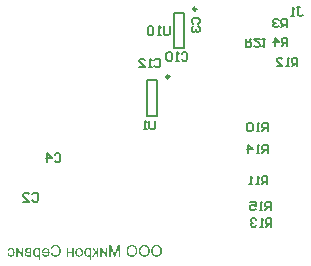
<source format=gbo>
G04 Layer_Color=32896*
%FSLAX25Y25*%
%MOIN*%
G70*
G01*
G75*
%ADD33C,0.00787*%
%ADD35C,0.00984*%
%ADD58C,0.00591*%
%ADD59C,0.00606*%
G36*
X9813Y2756D02*
X8583D01*
X8497Y2760D01*
X8415Y2764D01*
X8337Y2772D01*
X8267Y2785D01*
X8201Y2797D01*
X8140Y2813D01*
X8087Y2830D01*
X8037Y2850D01*
X7996Y2867D01*
X7955Y2883D01*
X7927Y2899D01*
X7898Y2912D01*
X7878Y2924D01*
X7865Y2932D01*
X7857Y2940D01*
X7853D01*
X7808Y2977D01*
X7767Y3018D01*
X7734Y3063D01*
X7701Y3108D01*
X7672Y3158D01*
X7652Y3207D01*
X7615Y3301D01*
X7591Y3387D01*
X7582Y3424D01*
X7578Y3453D01*
X7574Y3482D01*
X7570Y3502D01*
Y3514D01*
Y3519D01*
X7574Y3609D01*
X7591Y3687D01*
X7611Y3760D01*
X7636Y3822D01*
X7660Y3871D01*
X7681Y3908D01*
X7697Y3933D01*
X7701Y3941D01*
X7750Y4002D01*
X7804Y4051D01*
X7857Y4097D01*
X7910Y4129D01*
X7951Y4154D01*
X7988Y4170D01*
X8013Y4179D01*
X8017Y4183D01*
X8021D01*
X7964Y4220D01*
X7914Y4261D01*
X7869Y4302D01*
X7836Y4343D01*
X7808Y4375D01*
X7791Y4400D01*
X7779Y4416D01*
X7775Y4425D01*
X7746Y4482D01*
X7726Y4539D01*
X7713Y4597D01*
X7701Y4654D01*
X7697Y4699D01*
X7693Y4736D01*
Y4761D01*
Y4765D01*
Y4769D01*
X7697Y4859D01*
X7713Y4937D01*
X7738Y5011D01*
X7763Y5072D01*
X7787Y5122D01*
X7812Y5159D01*
X7828Y5179D01*
X7832Y5187D01*
X7886Y5249D01*
X7943Y5298D01*
X8000Y5343D01*
X8050Y5376D01*
X8095Y5400D01*
X8132Y5417D01*
X8156Y5425D01*
X8160Y5429D01*
X8164D01*
X8201Y5441D01*
X8242Y5454D01*
X8337Y5470D01*
X8431Y5482D01*
X8525Y5491D01*
X8611Y5495D01*
X8648Y5499D01*
X9813D01*
Y2756D01*
D02*
G37*
G36*
X51682Y6602D02*
X51821Y6581D01*
X51952Y6557D01*
X52075Y6524D01*
X52194Y6483D01*
X52301Y6438D01*
X52399Y6389D01*
X52490Y6339D01*
X52572Y6290D01*
X52641Y6241D01*
X52699Y6196D01*
X52752Y6155D01*
X52789Y6122D01*
X52818Y6097D01*
X52838Y6077D01*
X52842Y6073D01*
X52932Y5970D01*
X53010Y5855D01*
X53076Y5741D01*
X53133Y5618D01*
X53183Y5495D01*
X53224Y5372D01*
X53256Y5253D01*
X53285Y5134D01*
X53306Y5023D01*
X53318Y4925D01*
X53330Y4831D01*
X53338Y4753D01*
X53342Y4687D01*
Y4662D01*
X53347Y4638D01*
Y4621D01*
Y4609D01*
Y4601D01*
Y4597D01*
X53342Y4507D01*
X53338Y4412D01*
X53314Y4240D01*
X53297Y4158D01*
X53281Y4080D01*
X53260Y4006D01*
X53240Y3941D01*
X53219Y3875D01*
X53199Y3822D01*
X53183Y3773D01*
X53166Y3732D01*
X53154Y3699D01*
X53141Y3674D01*
X53137Y3658D01*
X53133Y3654D01*
X53088Y3572D01*
X53043Y3494D01*
X52994Y3424D01*
X52941Y3354D01*
X52887Y3293D01*
X52834Y3236D01*
X52785Y3182D01*
X52732Y3133D01*
X52682Y3092D01*
X52637Y3055D01*
X52596Y3022D01*
X52563Y2998D01*
X52535Y2977D01*
X52510Y2961D01*
X52498Y2953D01*
X52494Y2949D01*
X52412Y2904D01*
X52330Y2867D01*
X52248Y2830D01*
X52166Y2801D01*
X52084Y2776D01*
X52006Y2756D01*
X51928Y2740D01*
X51858Y2727D01*
X51789Y2715D01*
X51731Y2707D01*
X51674Y2703D01*
X51629Y2699D01*
X51592Y2694D01*
X51538D01*
X51448Y2699D01*
X51358Y2703D01*
X51186Y2731D01*
X51108Y2748D01*
X51030Y2768D01*
X50960Y2789D01*
X50895Y2809D01*
X50833Y2830D01*
X50780Y2850D01*
X50735Y2871D01*
X50694Y2887D01*
X50661Y2904D01*
X50640Y2916D01*
X50624Y2920D01*
X50620Y2924D01*
X50542Y2969D01*
X50468Y3022D01*
X50399Y3076D01*
X50337Y3129D01*
X50280Y3186D01*
X50222Y3244D01*
X50173Y3301D01*
X50128Y3354D01*
X50091Y3408D01*
X50054Y3457D01*
X50025Y3502D01*
X50001Y3539D01*
X49984Y3568D01*
X49972Y3592D01*
X49964Y3609D01*
X49960Y3613D01*
X49919Y3699D01*
X49882Y3789D01*
X49853Y3875D01*
X49825Y3965D01*
X49800Y4051D01*
X49784Y4138D01*
X49767Y4220D01*
X49755Y4298D01*
X49747Y4371D01*
X49738Y4437D01*
X49734Y4494D01*
X49730Y4544D01*
X49726Y4584D01*
Y4617D01*
Y4634D01*
Y4642D01*
X49730Y4749D01*
X49734Y4847D01*
X49747Y4945D01*
X49759Y5040D01*
X49775Y5126D01*
X49796Y5212D01*
X49816Y5290D01*
X49837Y5359D01*
X49857Y5425D01*
X49878Y5482D01*
X49894Y5536D01*
X49915Y5577D01*
X49927Y5610D01*
X49939Y5634D01*
X49944Y5650D01*
X49948Y5655D01*
X49993Y5737D01*
X50038Y5815D01*
X50091Y5888D01*
X50140Y5954D01*
X50194Y6015D01*
X50247Y6073D01*
X50300Y6126D01*
X50353Y6175D01*
X50403Y6216D01*
X50448Y6253D01*
X50485Y6286D01*
X50522Y6311D01*
X50550Y6331D01*
X50571Y6343D01*
X50587Y6352D01*
X50591Y6356D01*
X50673Y6401D01*
X50751Y6438D01*
X50833Y6470D01*
X50915Y6499D01*
X50997Y6524D01*
X51075Y6544D01*
X51149Y6561D01*
X51223Y6573D01*
X51288Y6585D01*
X51346Y6594D01*
X51399Y6598D01*
X51448Y6602D01*
X51485Y6606D01*
X51534D01*
X51682Y6602D01*
D02*
G37*
G36*
X3076Y5552D02*
X3199Y5536D01*
X3310Y5507D01*
X3359Y5491D01*
X3409Y5478D01*
X3449Y5462D01*
X3486Y5446D01*
X3519Y5433D01*
X3548Y5417D01*
X3573Y5409D01*
X3589Y5400D01*
X3597Y5392D01*
X3601D01*
X3708Y5322D01*
X3798Y5245D01*
X3876Y5159D01*
X3937Y5081D01*
X3987Y5007D01*
X4003Y4974D01*
X4019Y4945D01*
X4032Y4925D01*
X4040Y4908D01*
X4048Y4896D01*
Y4892D01*
X4097Y4765D01*
X4130Y4630D01*
X4155Y4498D01*
X4175Y4380D01*
X4179Y4322D01*
X4183Y4273D01*
X4188Y4228D01*
Y4187D01*
X4192Y4158D01*
Y4134D01*
Y4117D01*
Y4113D01*
X4188Y3990D01*
X4175Y3871D01*
X4159Y3760D01*
X4138Y3658D01*
X4114Y3564D01*
X4085Y3478D01*
X4052Y3400D01*
X4019Y3330D01*
X3991Y3268D01*
X3958Y3211D01*
X3929Y3166D01*
X3905Y3129D01*
X3884Y3096D01*
X3868Y3076D01*
X3855Y3063D01*
X3851Y3059D01*
X3786Y2994D01*
X3716Y2940D01*
X3642Y2891D01*
X3568Y2850D01*
X3491Y2813D01*
X3417Y2785D01*
X3343Y2760D01*
X3273Y2740D01*
X3208Y2723D01*
X3146Y2715D01*
X3089Y2707D01*
X3044Y2699D01*
X3003D01*
X2974Y2694D01*
X2949D01*
X2867Y2699D01*
X2789Y2707D01*
X2716Y2719D01*
X2642Y2735D01*
X2576Y2756D01*
X2515Y2781D01*
X2457Y2801D01*
X2404Y2830D01*
X2359Y2854D01*
X2314Y2875D01*
X2281Y2899D01*
X2248Y2920D01*
X2228Y2936D01*
X2207Y2949D01*
X2199Y2957D01*
X2195Y2961D01*
X2142Y3014D01*
X2088Y3067D01*
X2043Y3129D01*
X2006Y3190D01*
X1969Y3252D01*
X1937Y3314D01*
X1887Y3428D01*
X1867Y3486D01*
X1850Y3535D01*
X1838Y3580D01*
X1826Y3621D01*
X1818Y3654D01*
X1814Y3678D01*
X1809Y3695D01*
Y3699D01*
X2265Y3760D01*
X2277Y3695D01*
X2289Y3637D01*
X2306Y3580D01*
X2322Y3531D01*
X2342Y3482D01*
X2359Y3441D01*
X2379Y3404D01*
X2400Y3367D01*
X2420Y3338D01*
X2437Y3314D01*
X2470Y3272D01*
X2490Y3248D01*
X2494Y3244D01*
X2498Y3240D01*
X2572Y3186D01*
X2646Y3145D01*
X2724Y3117D01*
X2794Y3096D01*
X2859Y3084D01*
X2884Y3080D01*
X2908D01*
X2929Y3076D01*
X2953D01*
X3015Y3080D01*
X3076Y3088D01*
X3130Y3100D01*
X3183Y3117D01*
X3277Y3154D01*
X3359Y3203D01*
X3392Y3223D01*
X3421Y3248D01*
X3445Y3268D01*
X3470Y3289D01*
X3486Y3301D01*
X3499Y3314D01*
X3503Y3322D01*
X3507Y3326D01*
X3544Y3375D01*
X3577Y3432D01*
X3605Y3494D01*
X3626Y3555D01*
X3667Y3691D01*
X3691Y3822D01*
X3700Y3883D01*
X3704Y3941D01*
X3708Y3994D01*
X3712Y4039D01*
X3716Y4076D01*
Y4105D01*
Y4125D01*
Y4129D01*
X3712Y4228D01*
X3708Y4322D01*
X3695Y4404D01*
X3683Y4482D01*
X3667Y4556D01*
X3646Y4621D01*
X3626Y4679D01*
X3605Y4732D01*
X3589Y4777D01*
X3568Y4818D01*
X3548Y4851D01*
X3531Y4876D01*
X3519Y4900D01*
X3507Y4913D01*
X3503Y4921D01*
X3499Y4925D01*
X3458Y4970D01*
X3413Y5007D01*
X3363Y5044D01*
X3318Y5072D01*
X3269Y5097D01*
X3224Y5117D01*
X3134Y5146D01*
X3052Y5167D01*
X3019Y5171D01*
X2986Y5175D01*
X2962Y5179D01*
X2929D01*
X2847Y5175D01*
X2769Y5159D01*
X2703Y5134D01*
X2646Y5109D01*
X2601Y5081D01*
X2564Y5060D01*
X2543Y5044D01*
X2535Y5035D01*
X2478Y4978D01*
X2429Y4913D01*
X2392Y4843D01*
X2359Y4777D01*
X2334Y4716D01*
X2318Y4667D01*
X2314Y4646D01*
X2310Y4634D01*
X2306Y4625D01*
Y4621D01*
X1855Y4691D01*
X1871Y4765D01*
X1896Y4839D01*
X1920Y4904D01*
X1945Y4966D01*
X1973Y5023D01*
X2006Y5077D01*
X2035Y5122D01*
X2068Y5167D01*
X2097Y5204D01*
X2125Y5236D01*
X2150Y5265D01*
X2174Y5290D01*
X2191Y5306D01*
X2207Y5318D01*
X2215Y5327D01*
X2220Y5331D01*
X2273Y5372D01*
X2330Y5409D01*
X2392Y5437D01*
X2453Y5462D01*
X2576Y5503D01*
X2691Y5532D01*
X2744Y5540D01*
X2794Y5548D01*
X2839Y5552D01*
X2875Y5556D01*
X2904Y5560D01*
X2949D01*
X3076Y5552D01*
D02*
G37*
G36*
X17910Y6602D02*
X18000Y6598D01*
X18169Y6569D01*
X18250Y6553D01*
X18324Y6532D01*
X18398Y6511D01*
X18464Y6491D01*
X18521Y6470D01*
X18574Y6450D01*
X18624Y6430D01*
X18661Y6413D01*
X18693Y6397D01*
X18714Y6384D01*
X18730Y6380D01*
X18734Y6376D01*
X18808Y6331D01*
X18882Y6282D01*
X18947Y6229D01*
X19009Y6175D01*
X19066Y6118D01*
X19120Y6065D01*
X19165Y6007D01*
X19210Y5958D01*
X19247Y5905D01*
X19280Y5860D01*
X19308Y5819D01*
X19333Y5782D01*
X19349Y5749D01*
X19362Y5728D01*
X19370Y5712D01*
X19374Y5708D01*
X19415Y5626D01*
X19448Y5536D01*
X19476Y5450D01*
X19505Y5364D01*
X19546Y5187D01*
X19558Y5105D01*
X19571Y5027D01*
X19579Y4953D01*
X19587Y4888D01*
X19591Y4826D01*
X19595Y4773D01*
X19599Y4732D01*
Y4699D01*
Y4683D01*
Y4675D01*
X19595Y4576D01*
X19591Y4478D01*
X19567Y4289D01*
X19554Y4199D01*
X19538Y4117D01*
X19517Y4039D01*
X19501Y3965D01*
X19480Y3900D01*
X19464Y3838D01*
X19448Y3789D01*
X19431Y3744D01*
X19419Y3711D01*
X19411Y3683D01*
X19407Y3666D01*
X19403Y3662D01*
X19362Y3576D01*
X19321Y3494D01*
X19275Y3420D01*
X19226Y3350D01*
X19177Y3285D01*
X19132Y3227D01*
X19083Y3174D01*
X19038Y3125D01*
X18993Y3080D01*
X18952Y3043D01*
X18915Y3014D01*
X18882Y2985D01*
X18857Y2965D01*
X18837Y2953D01*
X18824Y2944D01*
X18820Y2940D01*
X18747Y2895D01*
X18669Y2858D01*
X18587Y2826D01*
X18501Y2797D01*
X18419Y2776D01*
X18337Y2756D01*
X18255Y2740D01*
X18177Y2727D01*
X18103Y2715D01*
X18037Y2707D01*
X17976Y2703D01*
X17927Y2699D01*
X17882Y2694D01*
X17824D01*
X17713Y2699D01*
X17611Y2707D01*
X17513Y2723D01*
X17418Y2744D01*
X17328Y2768D01*
X17246Y2797D01*
X17172Y2826D01*
X17102Y2854D01*
X17037Y2883D01*
X16984Y2912D01*
X16934Y2940D01*
X16897Y2965D01*
X16865Y2985D01*
X16844Y3002D01*
X16828Y3010D01*
X16824Y3014D01*
X16750Y3080D01*
X16680Y3150D01*
X16619Y3223D01*
X16561Y3297D01*
X16508Y3375D01*
X16463Y3457D01*
X16422Y3531D01*
X16385Y3609D01*
X16352Y3678D01*
X16328Y3744D01*
X16303Y3805D01*
X16287Y3855D01*
X16270Y3900D01*
X16262Y3929D01*
X16254Y3949D01*
Y3957D01*
X16754Y4084D01*
X16774Y3998D01*
X16803Y3916D01*
X16832Y3838D01*
X16861Y3769D01*
X16893Y3703D01*
X16926Y3646D01*
X16959Y3592D01*
X16992Y3543D01*
X17025Y3502D01*
X17053Y3465D01*
X17082Y3432D01*
X17102Y3408D01*
X17123Y3387D01*
X17139Y3375D01*
X17148Y3367D01*
X17152Y3363D01*
X17209Y3322D01*
X17266Y3285D01*
X17324Y3252D01*
X17385Y3223D01*
X17447Y3199D01*
X17504Y3178D01*
X17619Y3150D01*
X17668Y3141D01*
X17718Y3133D01*
X17759Y3129D01*
X17795Y3125D01*
X17824Y3121D01*
X17865D01*
X17931Y3125D01*
X17992Y3129D01*
X18111Y3150D01*
X18222Y3178D01*
X18316Y3211D01*
X18357Y3227D01*
X18394Y3240D01*
X18427Y3256D01*
X18455Y3268D01*
X18480Y3281D01*
X18496Y3289D01*
X18505Y3297D01*
X18509D01*
X18562Y3334D01*
X18611Y3371D01*
X18701Y3457D01*
X18775Y3543D01*
X18837Y3633D01*
X18882Y3711D01*
X18902Y3744D01*
X18919Y3777D01*
X18927Y3801D01*
X18935Y3818D01*
X18943Y3830D01*
Y3834D01*
X18989Y3974D01*
X19025Y4117D01*
X19050Y4261D01*
X19058Y4326D01*
X19066Y4392D01*
X19071Y4453D01*
X19075Y4507D01*
X19079Y4556D01*
Y4597D01*
X19083Y4634D01*
Y4658D01*
Y4675D01*
Y4679D01*
X19079Y4818D01*
X19066Y4949D01*
X19046Y5072D01*
X19038Y5130D01*
X19025Y5183D01*
X19013Y5228D01*
X19005Y5273D01*
X18993Y5310D01*
X18984Y5343D01*
X18980Y5368D01*
X18972Y5388D01*
X18968Y5400D01*
Y5404D01*
X18915Y5532D01*
X18853Y5642D01*
X18788Y5737D01*
X18751Y5778D01*
X18718Y5819D01*
X18685Y5851D01*
X18656Y5880D01*
X18628Y5909D01*
X18607Y5929D01*
X18587Y5946D01*
X18570Y5958D01*
X18562Y5962D01*
X18558Y5966D01*
X18501Y6003D01*
X18443Y6036D01*
X18382Y6065D01*
X18320Y6089D01*
X18197Y6126D01*
X18078Y6155D01*
X18029Y6163D01*
X17980Y6167D01*
X17935Y6171D01*
X17898Y6175D01*
X17865Y6179D01*
X17754D01*
X17689Y6171D01*
X17566Y6151D01*
X17459Y6118D01*
X17414Y6101D01*
X17369Y6085D01*
X17328Y6069D01*
X17295Y6052D01*
X17266Y6036D01*
X17242Y6019D01*
X17221Y6007D01*
X17209Y5999D01*
X17201Y5995D01*
X17197Y5991D01*
X17152Y5954D01*
X17107Y5913D01*
X17033Y5819D01*
X16963Y5716D01*
X16910Y5618D01*
X16869Y5528D01*
X16848Y5491D01*
X16836Y5458D01*
X16824Y5429D01*
X16820Y5404D01*
X16811Y5392D01*
Y5388D01*
X16319Y5503D01*
X16352Y5597D01*
X16389Y5687D01*
X16426Y5773D01*
X16471Y5851D01*
X16512Y5925D01*
X16557Y5991D01*
X16602Y6052D01*
X16647Y6106D01*
X16692Y6155D01*
X16729Y6196D01*
X16766Y6233D01*
X16799Y6261D01*
X16824Y6286D01*
X16844Y6302D01*
X16857Y6311D01*
X16861Y6315D01*
X16934Y6368D01*
X17012Y6409D01*
X17090Y6450D01*
X17172Y6483D01*
X17254Y6511D01*
X17332Y6536D01*
X17410Y6553D01*
X17484Y6569D01*
X17553Y6581D01*
X17615Y6589D01*
X17672Y6598D01*
X17722Y6602D01*
X17763Y6606D01*
X17816D01*
X17910Y6602D01*
D02*
G37*
G36*
X14675Y5556D02*
X14778Y5544D01*
X14868Y5523D01*
X14958Y5499D01*
X15040Y5470D01*
X15118Y5437D01*
X15188Y5404D01*
X15249Y5368D01*
X15307Y5331D01*
X15356Y5298D01*
X15401Y5265D01*
X15434Y5236D01*
X15462Y5212D01*
X15483Y5191D01*
X15495Y5179D01*
X15499Y5175D01*
X15561Y5101D01*
X15614Y5019D01*
X15663Y4933D01*
X15704Y4847D01*
X15737Y4757D01*
X15766Y4667D01*
X15790Y4580D01*
X15807Y4494D01*
X15823Y4416D01*
X15832Y4338D01*
X15840Y4273D01*
X15848Y4216D01*
Y4166D01*
X15852Y4129D01*
Y4109D01*
Y4101D01*
X15848Y3978D01*
X15836Y3863D01*
X15819Y3756D01*
X15799Y3658D01*
X15770Y3564D01*
X15741Y3478D01*
X15709Y3400D01*
X15676Y3330D01*
X15647Y3268D01*
X15614Y3215D01*
X15586Y3170D01*
X15557Y3133D01*
X15536Y3100D01*
X15520Y3080D01*
X15508Y3067D01*
X15504Y3063D01*
X15434Y2998D01*
X15360Y2940D01*
X15286Y2891D01*
X15204Y2850D01*
X15126Y2813D01*
X15044Y2785D01*
X14966Y2760D01*
X14893Y2740D01*
X14823Y2727D01*
X14757Y2715D01*
X14700Y2707D01*
X14647Y2699D01*
X14606D01*
X14573Y2694D01*
X14548D01*
X14462Y2699D01*
X14376Y2703D01*
X14298Y2715D01*
X14224Y2731D01*
X14155Y2748D01*
X14093Y2768D01*
X14032Y2789D01*
X13978Y2809D01*
X13929Y2830D01*
X13888Y2850D01*
X13851Y2871D01*
X13818Y2887D01*
X13798Y2904D01*
X13777Y2916D01*
X13769Y2920D01*
X13765Y2924D01*
X13708Y2969D01*
X13658Y3018D01*
X13613Y3072D01*
X13568Y3125D01*
X13495Y3236D01*
X13437Y3338D01*
X13417Y3387D01*
X13396Y3432D01*
X13380Y3473D01*
X13367Y3510D01*
X13355Y3539D01*
X13347Y3559D01*
X13343Y3576D01*
Y3580D01*
X13827Y3641D01*
X13868Y3539D01*
X13917Y3449D01*
X13966Y3371D01*
X14011Y3314D01*
X14052Y3264D01*
X14085Y3232D01*
X14105Y3215D01*
X14109Y3207D01*
X14114D01*
X14183Y3162D01*
X14257Y3133D01*
X14331Y3108D01*
X14397Y3092D01*
X14458Y3084D01*
X14507Y3080D01*
X14524Y3076D01*
X14548D01*
X14610Y3080D01*
X14671Y3088D01*
X14729Y3096D01*
X14782Y3113D01*
X14880Y3150D01*
X14962Y3195D01*
X14999Y3215D01*
X15032Y3240D01*
X15057Y3260D01*
X15081Y3277D01*
X15098Y3293D01*
X15110Y3305D01*
X15118Y3309D01*
X15122Y3314D01*
X15163Y3363D01*
X15200Y3412D01*
X15229Y3469D01*
X15258Y3523D01*
X15303Y3641D01*
X15335Y3752D01*
X15348Y3805D01*
X15356Y3855D01*
X15364Y3896D01*
X15368Y3937D01*
X15372Y3965D01*
X15376Y3990D01*
Y4006D01*
Y4011D01*
X13330D01*
X13326Y4064D01*
Y4105D01*
Y4125D01*
Y4134D01*
X13330Y4256D01*
X13343Y4371D01*
X13359Y4482D01*
X13380Y4584D01*
X13408Y4679D01*
X13437Y4765D01*
X13470Y4843D01*
X13499Y4913D01*
X13531Y4974D01*
X13564Y5031D01*
X13593Y5077D01*
X13622Y5113D01*
X13642Y5146D01*
X13658Y5167D01*
X13671Y5179D01*
X13675Y5183D01*
X13740Y5249D01*
X13814Y5306D01*
X13888Y5359D01*
X13962Y5400D01*
X14036Y5437D01*
X14114Y5470D01*
X14183Y5495D01*
X14253Y5515D01*
X14319Y5528D01*
X14380Y5540D01*
X14433Y5548D01*
X14483Y5556D01*
X14520D01*
X14548Y5560D01*
X14573D01*
X14675Y5556D01*
D02*
G37*
G36*
X28660D02*
X28751Y5544D01*
X28828Y5528D01*
X28894Y5507D01*
X28947Y5486D01*
X28988Y5470D01*
X29013Y5458D01*
X29017Y5454D01*
X29021D01*
X29091Y5409D01*
X29152Y5359D01*
X29210Y5306D01*
X29259Y5257D01*
X29300Y5212D01*
X29333Y5171D01*
X29349Y5146D01*
X29357Y5142D01*
Y5499D01*
X29780D01*
Y1706D01*
X29316D01*
Y3039D01*
X29271Y2985D01*
X29222Y2936D01*
X29173Y2891D01*
X29124Y2858D01*
X29083Y2830D01*
X29046Y2805D01*
X29025Y2793D01*
X29017Y2789D01*
X28947Y2756D01*
X28874Y2735D01*
X28804Y2719D01*
X28738Y2707D01*
X28681Y2699D01*
X28640Y2694D01*
X28599D01*
X28537Y2699D01*
X28480Y2703D01*
X28369Y2723D01*
X28267Y2752D01*
X28177Y2785D01*
X28136Y2801D01*
X28099Y2813D01*
X28070Y2830D01*
X28041Y2842D01*
X28021Y2854D01*
X28004Y2863D01*
X27996Y2871D01*
X27992D01*
X27890Y2944D01*
X27804Y3026D01*
X27726Y3113D01*
X27664Y3199D01*
X27615Y3272D01*
X27599Y3305D01*
X27582Y3334D01*
X27570Y3354D01*
X27562Y3371D01*
X27553Y3383D01*
Y3387D01*
X27504Y3519D01*
X27467Y3650D01*
X27439Y3777D01*
X27422Y3892D01*
X27414Y3945D01*
X27410Y3994D01*
X27406Y4039D01*
Y4076D01*
X27402Y4105D01*
Y4125D01*
Y4142D01*
Y4146D01*
X27406Y4289D01*
X27422Y4425D01*
X27447Y4548D01*
X27459Y4601D01*
X27471Y4654D01*
X27484Y4699D01*
X27496Y4744D01*
X27508Y4781D01*
X27521Y4810D01*
X27529Y4835D01*
X27537Y4851D01*
X27541Y4863D01*
Y4867D01*
X27599Y4982D01*
X27660Y5085D01*
X27730Y5171D01*
X27795Y5245D01*
X27853Y5302D01*
X27902Y5343D01*
X27922Y5355D01*
X27935Y5368D01*
X27943Y5376D01*
X27947D01*
X27996Y5409D01*
X28049Y5437D01*
X28156Y5482D01*
X28259Y5515D01*
X28357Y5536D01*
X28402Y5544D01*
X28439Y5552D01*
X28476Y5556D01*
X28509D01*
X28533Y5560D01*
X28566D01*
X28660Y5556D01*
D02*
G37*
G36*
X11637D02*
X11727Y5544D01*
X11805Y5528D01*
X11871Y5507D01*
X11924Y5486D01*
X11965Y5470D01*
X11990Y5458D01*
X11994Y5454D01*
X11998D01*
X12068Y5409D01*
X12129Y5359D01*
X12187Y5306D01*
X12236Y5257D01*
X12277Y5212D01*
X12310Y5171D01*
X12326Y5146D01*
X12334Y5142D01*
Y5499D01*
X12756D01*
Y1706D01*
X12293D01*
Y3039D01*
X12248Y2985D01*
X12199Y2936D01*
X12150Y2891D01*
X12100Y2858D01*
X12060Y2830D01*
X12023Y2805D01*
X12002Y2793D01*
X11994Y2789D01*
X11924Y2756D01*
X11850Y2735D01*
X11781Y2719D01*
X11715Y2707D01*
X11658Y2699D01*
X11617Y2694D01*
X11576D01*
X11514Y2699D01*
X11457Y2703D01*
X11346Y2723D01*
X11244Y2752D01*
X11153Y2785D01*
X11112Y2801D01*
X11075Y2813D01*
X11047Y2830D01*
X11018Y2842D01*
X10998Y2854D01*
X10981Y2863D01*
X10973Y2871D01*
X10969D01*
X10866Y2944D01*
X10780Y3026D01*
X10702Y3113D01*
X10641Y3199D01*
X10592Y3272D01*
X10575Y3305D01*
X10559Y3334D01*
X10547Y3354D01*
X10538Y3371D01*
X10530Y3383D01*
Y3387D01*
X10481Y3519D01*
X10444Y3650D01*
X10415Y3777D01*
X10399Y3892D01*
X10391Y3945D01*
X10387Y3994D01*
X10383Y4039D01*
Y4076D01*
X10379Y4105D01*
Y4125D01*
Y4142D01*
Y4146D01*
X10383Y4289D01*
X10399Y4425D01*
X10424Y4548D01*
X10436Y4601D01*
X10448Y4654D01*
X10460Y4699D01*
X10473Y4744D01*
X10485Y4781D01*
X10497Y4810D01*
X10506Y4835D01*
X10514Y4851D01*
X10518Y4863D01*
Y4867D01*
X10575Y4982D01*
X10637Y5085D01*
X10706Y5171D01*
X10772Y5245D01*
X10830Y5302D01*
X10879Y5343D01*
X10899Y5355D01*
X10911Y5368D01*
X10920Y5376D01*
X10924D01*
X10973Y5409D01*
X11026Y5437D01*
X11133Y5482D01*
X11235Y5515D01*
X11334Y5536D01*
X11379Y5544D01*
X11416Y5552D01*
X11453Y5556D01*
X11485D01*
X11510Y5560D01*
X11543D01*
X11637Y5556D01*
D02*
G37*
G36*
X25823D02*
X25913Y5548D01*
X25995Y5532D01*
X26077Y5511D01*
X26155Y5491D01*
X26225Y5462D01*
X26291Y5437D01*
X26348Y5409D01*
X26405Y5380D01*
X26450Y5351D01*
X26491Y5322D01*
X26528Y5302D01*
X26553Y5282D01*
X26574Y5265D01*
X26586Y5257D01*
X26590Y5253D01*
X26664Y5179D01*
X26729Y5101D01*
X26787Y5015D01*
X26836Y4925D01*
X26873Y4831D01*
X26910Y4736D01*
X26938Y4642D01*
X26959Y4552D01*
X26975Y4466D01*
X26992Y4388D01*
X27000Y4314D01*
X27004Y4248D01*
X27008Y4199D01*
X27012Y4158D01*
Y4134D01*
Y4129D01*
Y4125D01*
X27008Y3998D01*
X26996Y3879D01*
X26979Y3769D01*
X26959Y3666D01*
X26930Y3572D01*
X26902Y3486D01*
X26869Y3408D01*
X26836Y3334D01*
X26803Y3272D01*
X26770Y3215D01*
X26742Y3170D01*
X26713Y3133D01*
X26692Y3100D01*
X26676Y3080D01*
X26664Y3067D01*
X26660Y3063D01*
X26590Y2998D01*
X26516Y2940D01*
X26442Y2891D01*
X26364Y2850D01*
X26287Y2813D01*
X26209Y2785D01*
X26135Y2760D01*
X26061Y2740D01*
X25991Y2727D01*
X25930Y2715D01*
X25872Y2707D01*
X25823Y2699D01*
X25782D01*
X25754Y2694D01*
X25729D01*
X25598Y2703D01*
X25475Y2719D01*
X25364Y2748D01*
X25311Y2760D01*
X25266Y2776D01*
X25221Y2793D01*
X25184Y2805D01*
X25151Y2822D01*
X25122Y2834D01*
X25098Y2842D01*
X25081Y2850D01*
X25073Y2858D01*
X25069D01*
X24962Y2928D01*
X24868Y3002D01*
X24790Y3080D01*
X24724Y3158D01*
X24671Y3223D01*
X24651Y3256D01*
X24634Y3281D01*
X24622Y3301D01*
X24614Y3318D01*
X24606Y3326D01*
Y3330D01*
X24577Y3391D01*
X24552Y3453D01*
X24511Y3588D01*
X24483Y3728D01*
X24466Y3859D01*
X24458Y3920D01*
X24454Y3978D01*
X24450Y4031D01*
Y4076D01*
X24446Y4113D01*
Y4138D01*
Y4158D01*
Y4162D01*
X24450Y4281D01*
X24462Y4396D01*
X24478Y4502D01*
X24503Y4601D01*
X24528Y4691D01*
X24560Y4773D01*
X24593Y4851D01*
X24626Y4921D01*
X24659Y4982D01*
X24692Y5035D01*
X24724Y5081D01*
X24749Y5117D01*
X24774Y5150D01*
X24790Y5171D01*
X24802Y5183D01*
X24806Y5187D01*
X24876Y5253D01*
X24950Y5310D01*
X25024Y5359D01*
X25102Y5404D01*
X25179Y5437D01*
X25253Y5470D01*
X25331Y5495D01*
X25401Y5515D01*
X25471Y5528D01*
X25532Y5540D01*
X25585Y5548D01*
X25635Y5556D01*
X25676D01*
X25704Y5560D01*
X25729D01*
X25823Y5556D01*
D02*
G37*
G36*
X47570Y6602D02*
X47709Y6581D01*
X47840Y6557D01*
X47963Y6524D01*
X48082Y6483D01*
X48189Y6438D01*
X48287Y6389D01*
X48377Y6339D01*
X48459Y6290D01*
X48529Y6241D01*
X48586Y6196D01*
X48640Y6155D01*
X48677Y6122D01*
X48705Y6097D01*
X48726Y6077D01*
X48730Y6073D01*
X48820Y5970D01*
X48898Y5855D01*
X48964Y5741D01*
X49021Y5618D01*
X49070Y5495D01*
X49111Y5372D01*
X49144Y5253D01*
X49173Y5134D01*
X49193Y5023D01*
X49205Y4925D01*
X49218Y4831D01*
X49226Y4753D01*
X49230Y4687D01*
Y4662D01*
X49234Y4638D01*
Y4621D01*
Y4609D01*
Y4601D01*
Y4597D01*
X49230Y4507D01*
X49226Y4412D01*
X49201Y4240D01*
X49185Y4158D01*
X49169Y4080D01*
X49148Y4006D01*
X49128Y3941D01*
X49107Y3875D01*
X49087Y3822D01*
X49070Y3773D01*
X49054Y3732D01*
X49042Y3699D01*
X49029Y3674D01*
X49025Y3658D01*
X49021Y3654D01*
X48976Y3572D01*
X48931Y3494D01*
X48882Y3424D01*
X48828Y3354D01*
X48775Y3293D01*
X48722Y3236D01*
X48673Y3182D01*
X48619Y3133D01*
X48570Y3092D01*
X48525Y3055D01*
X48484Y3022D01*
X48451Y2998D01*
X48422Y2977D01*
X48398Y2961D01*
X48386Y2953D01*
X48381Y2949D01*
X48299Y2904D01*
X48217Y2867D01*
X48135Y2830D01*
X48053Y2801D01*
X47971Y2776D01*
X47894Y2756D01*
X47816Y2740D01*
X47746Y2727D01*
X47676Y2715D01*
X47619Y2707D01*
X47561Y2703D01*
X47516Y2699D01*
X47479Y2694D01*
X47426D01*
X47336Y2699D01*
X47246Y2703D01*
X47074Y2731D01*
X46996Y2748D01*
X46918Y2768D01*
X46848Y2789D01*
X46782Y2809D01*
X46721Y2830D01*
X46668Y2850D01*
X46622Y2871D01*
X46582Y2887D01*
X46549Y2904D01*
X46528Y2916D01*
X46512Y2920D01*
X46508Y2924D01*
X46430Y2969D01*
X46356Y3022D01*
X46286Y3076D01*
X46225Y3129D01*
X46167Y3186D01*
X46110Y3244D01*
X46061Y3301D01*
X46016Y3354D01*
X45979Y3408D01*
X45942Y3457D01*
X45913Y3502D01*
X45889Y3539D01*
X45872Y3568D01*
X45860Y3592D01*
X45852Y3609D01*
X45848Y3613D01*
X45807Y3699D01*
X45770Y3789D01*
X45741Y3875D01*
X45712Y3965D01*
X45688Y4051D01*
X45671Y4138D01*
X45655Y4220D01*
X45643Y4298D01*
X45634Y4371D01*
X45626Y4437D01*
X45622Y4494D01*
X45618Y4544D01*
X45614Y4584D01*
Y4617D01*
Y4634D01*
Y4642D01*
X45618Y4749D01*
X45622Y4847D01*
X45634Y4945D01*
X45647Y5040D01*
X45663Y5126D01*
X45684Y5212D01*
X45704Y5290D01*
X45725Y5359D01*
X45745Y5425D01*
X45766Y5482D01*
X45782Y5536D01*
X45803Y5577D01*
X45815Y5610D01*
X45827Y5634D01*
X45831Y5650D01*
X45835Y5655D01*
X45880Y5737D01*
X45926Y5815D01*
X45979Y5888D01*
X46028Y5954D01*
X46081Y6015D01*
X46135Y6073D01*
X46188Y6126D01*
X46241Y6175D01*
X46290Y6216D01*
X46336Y6253D01*
X46372Y6286D01*
X46409Y6311D01*
X46438Y6331D01*
X46459Y6343D01*
X46475Y6352D01*
X46479Y6356D01*
X46561Y6401D01*
X46639Y6438D01*
X46721Y6470D01*
X46803Y6499D01*
X46885Y6524D01*
X46963Y6544D01*
X47037Y6561D01*
X47110Y6573D01*
X47176Y6585D01*
X47233Y6594D01*
X47287Y6598D01*
X47336Y6602D01*
X47373Y6606D01*
X47422D01*
X47570Y6602D01*
D02*
G37*
G36*
X43457D02*
X43597Y6581D01*
X43728Y6557D01*
X43851Y6524D01*
X43970Y6483D01*
X44076Y6438D01*
X44175Y6389D01*
X44265Y6339D01*
X44347Y6290D01*
X44417Y6241D01*
X44474Y6196D01*
X44527Y6155D01*
X44564Y6122D01*
X44593Y6097D01*
X44614Y6077D01*
X44618Y6073D01*
X44708Y5970D01*
X44786Y5855D01*
X44851Y5741D01*
X44909Y5618D01*
X44958Y5495D01*
X44999Y5372D01*
X45032Y5253D01*
X45060Y5134D01*
X45081Y5023D01*
X45093Y4925D01*
X45105Y4831D01*
X45114Y4753D01*
X45118Y4687D01*
Y4662D01*
X45122Y4638D01*
Y4621D01*
Y4609D01*
Y4601D01*
Y4597D01*
X45118Y4507D01*
X45114Y4412D01*
X45089Y4240D01*
X45073Y4158D01*
X45056Y4080D01*
X45036Y4006D01*
X45015Y3941D01*
X44995Y3875D01*
X44974Y3822D01*
X44958Y3773D01*
X44941Y3732D01*
X44929Y3699D01*
X44917Y3674D01*
X44913Y3658D01*
X44909Y3654D01*
X44864Y3572D01*
X44818Y3494D01*
X44769Y3424D01*
X44716Y3354D01*
X44663Y3293D01*
X44609Y3236D01*
X44560Y3182D01*
X44507Y3133D01*
X44458Y3092D01*
X44413Y3055D01*
X44372Y3022D01*
X44339Y2998D01*
X44310Y2977D01*
X44286Y2961D01*
X44273Y2953D01*
X44269Y2949D01*
X44187Y2904D01*
X44105Y2867D01*
X44023Y2830D01*
X43941Y2801D01*
X43859Y2776D01*
X43781Y2756D01*
X43703Y2740D01*
X43634Y2727D01*
X43564Y2715D01*
X43507Y2707D01*
X43449Y2703D01*
X43404Y2699D01*
X43367Y2694D01*
X43314D01*
X43224Y2699D01*
X43133Y2703D01*
X42961Y2731D01*
X42883Y2748D01*
X42805Y2768D01*
X42736Y2789D01*
X42670Y2809D01*
X42609Y2830D01*
X42555Y2850D01*
X42510Y2871D01*
X42469Y2887D01*
X42436Y2904D01*
X42416Y2916D01*
X42399Y2920D01*
X42395Y2924D01*
X42318Y2969D01*
X42244Y3022D01*
X42174Y3076D01*
X42112Y3129D01*
X42055Y3186D01*
X41998Y3244D01*
X41949Y3301D01*
X41903Y3354D01*
X41866Y3408D01*
X41830Y3457D01*
X41801Y3502D01*
X41776Y3539D01*
X41760Y3568D01*
X41748Y3592D01*
X41739Y3609D01*
X41735Y3613D01*
X41694Y3699D01*
X41657Y3789D01*
X41629Y3875D01*
X41600Y3965D01*
X41575Y4051D01*
X41559Y4138D01*
X41543Y4220D01*
X41530Y4298D01*
X41522Y4371D01*
X41514Y4437D01*
X41510Y4494D01*
X41506Y4544D01*
X41502Y4584D01*
Y4617D01*
Y4634D01*
Y4642D01*
X41506Y4749D01*
X41510Y4847D01*
X41522Y4945D01*
X41534Y5040D01*
X41551Y5126D01*
X41571Y5212D01*
X41592Y5290D01*
X41612Y5359D01*
X41633Y5425D01*
X41653Y5482D01*
X41670Y5536D01*
X41690Y5577D01*
X41702Y5610D01*
X41715Y5634D01*
X41719Y5650D01*
X41723Y5655D01*
X41768Y5737D01*
X41813Y5815D01*
X41866Y5888D01*
X41916Y5954D01*
X41969Y6015D01*
X42022Y6073D01*
X42076Y6126D01*
X42129Y6175D01*
X42178Y6216D01*
X42223Y6253D01*
X42260Y6286D01*
X42297Y6311D01*
X42326Y6331D01*
X42346Y6343D01*
X42363Y6352D01*
X42367Y6356D01*
X42449Y6401D01*
X42527Y6438D01*
X42609Y6470D01*
X42691Y6499D01*
X42773Y6524D01*
X42851Y6544D01*
X42924Y6561D01*
X42998Y6573D01*
X43064Y6585D01*
X43121Y6594D01*
X43174Y6598D01*
X43224Y6602D01*
X43260Y6606D01*
X43310D01*
X43457Y6602D01*
D02*
G37*
G36*
X35044Y2756D02*
X34548D01*
X33257Y4835D01*
Y2756D01*
X32793D01*
Y5499D01*
X33289D01*
X34581Y3404D01*
Y5499D01*
X35044D01*
Y2756D01*
D02*
G37*
G36*
X7008D02*
X6512D01*
X5221Y4835D01*
Y2756D01*
X4757D01*
Y5499D01*
X5254D01*
X6545Y3404D01*
Y5499D01*
X7008D01*
Y2756D01*
D02*
G37*
G36*
X39406D02*
X38923D01*
Y5979D01*
X37832Y2756D01*
X37381D01*
X36274Y5925D01*
Y2756D01*
X35790D01*
Y6540D01*
X36467D01*
X37377Y3908D01*
X37402Y3834D01*
X37426Y3769D01*
X37447Y3703D01*
X37467Y3646D01*
X37484Y3588D01*
X37500Y3539D01*
X37516Y3494D01*
X37529Y3453D01*
X37541Y3420D01*
X37549Y3387D01*
X37557Y3363D01*
X37566Y3338D01*
X37570Y3322D01*
X37574Y3309D01*
X37578Y3305D01*
Y3301D01*
X37590Y3338D01*
X37602Y3379D01*
X37631Y3465D01*
X37660Y3559D01*
X37689Y3650D01*
X37717Y3732D01*
X37730Y3769D01*
X37738Y3797D01*
X37746Y3822D01*
X37754Y3842D01*
X37758Y3855D01*
Y3859D01*
X38656Y6540D01*
X39406D01*
Y2756D01*
D02*
G37*
G36*
X32096D02*
X31633D01*
Y4023D01*
X31576Y4019D01*
X31526Y4011D01*
X31481Y3998D01*
X31440Y3982D01*
X31411Y3965D01*
X31387Y3953D01*
X31370Y3945D01*
X31366Y3941D01*
X31346Y3924D01*
X31321Y3904D01*
X31276Y3855D01*
X31231Y3797D01*
X31190Y3740D01*
X31153Y3687D01*
X31124Y3641D01*
X31116Y3625D01*
X31108Y3613D01*
X31100Y3605D01*
Y3601D01*
X30600Y2756D01*
X30087D01*
X30600Y3605D01*
X30653Y3691D01*
X30706Y3765D01*
X30760Y3834D01*
X30813Y3892D01*
X30862Y3945D01*
X30911Y3990D01*
X30956Y4031D01*
X31001Y4064D01*
X31038Y4088D01*
X31075Y4113D01*
X31108Y4129D01*
X31133Y4142D01*
X31157Y4150D01*
X31174Y4158D01*
X31182Y4162D01*
X31186D01*
X31124Y4195D01*
X31067Y4228D01*
X31022Y4261D01*
X30985Y4289D01*
X30956Y4314D01*
X30936Y4334D01*
X30924Y4347D01*
X30920Y4351D01*
X30887Y4396D01*
X30850Y4453D01*
X30817Y4515D01*
X30788Y4576D01*
X30760Y4634D01*
X30739Y4679D01*
X30735Y4699D01*
X30727Y4712D01*
X30723Y4720D01*
Y4724D01*
X30702Y4773D01*
X30682Y4818D01*
X30665Y4859D01*
X30649Y4896D01*
X30632Y4925D01*
X30620Y4953D01*
X30596Y4999D01*
X30579Y5027D01*
X30567Y5048D01*
X30559Y5056D01*
X30555Y5060D01*
X30530Y5081D01*
X30497Y5093D01*
X30460Y5105D01*
X30419Y5109D01*
X30382Y5113D01*
X30350Y5117D01*
X30321D01*
X30190Y5113D01*
Y5499D01*
X30370D01*
X30444Y5495D01*
X30505Y5486D01*
X30555Y5482D01*
X30591Y5474D01*
X30620Y5466D01*
X30637Y5462D01*
X30641D01*
X30682Y5446D01*
X30719Y5425D01*
X30751Y5400D01*
X30780Y5380D01*
X30805Y5355D01*
X30821Y5339D01*
X30833Y5327D01*
X30838Y5322D01*
X30854Y5302D01*
X30870Y5273D01*
X30907Y5212D01*
X30948Y5142D01*
X30981Y5068D01*
X31014Y5003D01*
X31026Y4970D01*
X31038Y4945D01*
X31051Y4925D01*
X31055Y4908D01*
X31063Y4896D01*
Y4892D01*
X31096Y4818D01*
X31124Y4753D01*
X31149Y4695D01*
X31178Y4642D01*
X31198Y4597D01*
X31223Y4556D01*
X31239Y4519D01*
X31260Y4490D01*
X31276Y4466D01*
X31288Y4445D01*
X31301Y4429D01*
X31309Y4416D01*
X31321Y4400D01*
X31325Y4396D01*
X31362Y4367D01*
X31411Y4347D01*
X31461Y4334D01*
X31510Y4326D01*
X31559Y4318D01*
X31596Y4314D01*
X31633D01*
Y5499D01*
X32096D01*
Y2756D01*
D02*
G37*
G36*
X23896D02*
X23433D01*
Y3974D01*
X22145D01*
Y2756D01*
X21682D01*
Y5499D01*
X22145D01*
Y4355D01*
X23433D01*
Y5499D01*
X23896D01*
Y2756D01*
D02*
G37*
%LPC*%
G36*
X9349Y5117D02*
X8779D01*
X8718Y5113D01*
X8661Y5109D01*
X8607Y5105D01*
X8562Y5097D01*
X8517Y5089D01*
X8480Y5081D01*
X8447Y5077D01*
X8419Y5068D01*
X8390Y5060D01*
X8370Y5052D01*
X8353Y5044D01*
X8333Y5035D01*
X8324Y5031D01*
X8271Y4995D01*
X8234Y4945D01*
X8206Y4896D01*
X8189Y4847D01*
X8177Y4798D01*
X8173Y4761D01*
X8169Y4744D01*
Y4732D01*
Y4728D01*
Y4724D01*
X8173Y4675D01*
X8181Y4634D01*
X8197Y4597D01*
X8214Y4564D01*
X8230Y4535D01*
X8247Y4515D01*
X8255Y4502D01*
X8259Y4498D01*
X8292Y4466D01*
X8324Y4437D01*
X8357Y4416D01*
X8390Y4400D01*
X8415Y4388D01*
X8435Y4380D01*
X8451Y4371D01*
X8456D01*
X8480Y4367D01*
X8505Y4363D01*
X8566Y4355D01*
X8632Y4351D01*
X8702Y4347D01*
X8763Y4343D01*
X9349D01*
Y5117D01*
D02*
G37*
G36*
Y3961D02*
X8685D01*
X8595Y3957D01*
X8521Y3953D01*
X8460Y3945D01*
X8410Y3941D01*
X8378Y3933D01*
X8361Y3929D01*
X8353D01*
X8304Y3916D01*
X8263Y3896D01*
X8222Y3871D01*
X8193Y3847D01*
X8164Y3822D01*
X8148Y3805D01*
X8136Y3789D01*
X8132Y3785D01*
X8103Y3744D01*
X8083Y3699D01*
X8066Y3658D01*
X8058Y3621D01*
X8050Y3592D01*
X8046Y3564D01*
Y3547D01*
Y3543D01*
X8054Y3465D01*
X8074Y3400D01*
X8099Y3342D01*
X8128Y3301D01*
X8152Y3268D01*
X8177Y3244D01*
X8193Y3232D01*
X8201Y3227D01*
X8230Y3211D01*
X8267Y3199D01*
X8349Y3174D01*
X8439Y3158D01*
X8525Y3150D01*
X8611Y3141D01*
X8648D01*
X8677Y3137D01*
X9349D01*
Y3961D01*
D02*
G37*
G36*
X51559Y6175D02*
X51465D01*
X51395Y6167D01*
X51268Y6147D01*
X51153Y6114D01*
X51104Y6097D01*
X51055Y6081D01*
X51010Y6061D01*
X50973Y6044D01*
X50940Y6028D01*
X50911Y6011D01*
X50886Y5999D01*
X50870Y5991D01*
X50862Y5987D01*
X50858Y5983D01*
X50751Y5905D01*
X50661Y5819D01*
X50583Y5733D01*
X50517Y5646D01*
X50468Y5568D01*
X50448Y5536D01*
X50431Y5507D01*
X50419Y5482D01*
X50411Y5466D01*
X50403Y5454D01*
Y5450D01*
X50349Y5314D01*
X50308Y5179D01*
X50280Y5044D01*
X50263Y4917D01*
X50255Y4859D01*
X50251Y4806D01*
X50247Y4761D01*
Y4720D01*
X50243Y4687D01*
Y4662D01*
Y4646D01*
Y4642D01*
X50247Y4511D01*
X50259Y4384D01*
X50276Y4269D01*
X50300Y4158D01*
X50329Y4056D01*
X50358Y3965D01*
X50394Y3879D01*
X50427Y3805D01*
X50460Y3736D01*
X50493Y3678D01*
X50526Y3629D01*
X50554Y3588D01*
X50579Y3555D01*
X50595Y3535D01*
X50608Y3519D01*
X50612Y3514D01*
X50682Y3445D01*
X50755Y3383D01*
X50833Y3334D01*
X50911Y3289D01*
X50989Y3248D01*
X51067Y3215D01*
X51141Y3190D01*
X51214Y3170D01*
X51280Y3154D01*
X51346Y3141D01*
X51399Y3133D01*
X51448Y3129D01*
X51489Y3125D01*
X51518Y3121D01*
X51543D01*
X51645Y3125D01*
X51739Y3137D01*
X51834Y3158D01*
X51920Y3182D01*
X52002Y3211D01*
X52075Y3244D01*
X52149Y3281D01*
X52211Y3318D01*
X52268Y3350D01*
X52317Y3387D01*
X52363Y3420D01*
X52399Y3449D01*
X52428Y3473D01*
X52449Y3494D01*
X52461Y3506D01*
X52465Y3510D01*
X52531Y3588D01*
X52584Y3670D01*
X52633Y3756D01*
X52674Y3847D01*
X52711Y3937D01*
X52740Y4023D01*
X52764Y4113D01*
X52785Y4199D01*
X52801Y4277D01*
X52809Y4351D01*
X52818Y4416D01*
X52826Y4474D01*
Y4523D01*
X52830Y4560D01*
Y4580D01*
Y4589D01*
X52826Y4744D01*
X52814Y4888D01*
X52793Y5019D01*
X52768Y5138D01*
X52740Y5249D01*
X52711Y5347D01*
X52674Y5437D01*
X52637Y5519D01*
X52604Y5585D01*
X52567Y5646D01*
X52539Y5696D01*
X52506Y5737D01*
X52486Y5765D01*
X52465Y5790D01*
X52453Y5802D01*
X52449Y5806D01*
X52375Y5872D01*
X52297Y5929D01*
X52219Y5979D01*
X52141Y6019D01*
X52067Y6056D01*
X51989Y6085D01*
X51916Y6110D01*
X51846Y6130D01*
X51780Y6143D01*
X51723Y6155D01*
X51670Y6163D01*
X51625Y6171D01*
X51583D01*
X51559Y6175D01*
D02*
G37*
G36*
X14606Y5179D02*
X14573D01*
X14507Y5175D01*
X14446Y5167D01*
X14388Y5154D01*
X14335Y5138D01*
X14237Y5093D01*
X14191Y5068D01*
X14151Y5044D01*
X14118Y5019D01*
X14085Y4995D01*
X14056Y4970D01*
X14036Y4949D01*
X14019Y4933D01*
X14003Y4921D01*
X13999Y4913D01*
X13995Y4908D01*
X13946Y4839D01*
X13905Y4757D01*
X13876Y4671D01*
X13851Y4584D01*
X13835Y4511D01*
X13831Y4478D01*
X13827Y4449D01*
X13823Y4425D01*
X13818Y4408D01*
Y4396D01*
Y4392D01*
X15352D01*
X15344Y4457D01*
X15335Y4519D01*
X15307Y4630D01*
X15266Y4728D01*
X15245Y4773D01*
X15225Y4810D01*
X15204Y4847D01*
X15184Y4876D01*
X15163Y4900D01*
X15147Y4925D01*
X15134Y4941D01*
X15122Y4953D01*
X15118Y4958D01*
X15114Y4962D01*
X15073Y4999D01*
X15028Y5035D01*
X14983Y5064D01*
X14938Y5089D01*
X14843Y5126D01*
X14761Y5150D01*
X14683Y5167D01*
X14655Y5171D01*
X14626Y5175D01*
X14606Y5179D01*
D02*
G37*
G36*
X28640Y5195D02*
X28611D01*
X28558Y5191D01*
X28505Y5183D01*
X28451Y5171D01*
X28402Y5154D01*
X28316Y5113D01*
X28242Y5064D01*
X28181Y5015D01*
X28152Y4995D01*
X28131Y4974D01*
X28115Y4958D01*
X28103Y4945D01*
X28099Y4937D01*
X28095Y4933D01*
X28058Y4880D01*
X28021Y4822D01*
X27992Y4765D01*
X27968Y4699D01*
X27931Y4568D01*
X27906Y4441D01*
X27894Y4380D01*
X27890Y4326D01*
X27885Y4277D01*
X27881Y4232D01*
X27877Y4195D01*
Y4170D01*
Y4150D01*
Y4146D01*
X27881Y4047D01*
X27885Y3953D01*
X27898Y3867D01*
X27910Y3789D01*
X27926Y3715D01*
X27947Y3646D01*
X27968Y3588D01*
X27988Y3535D01*
X28008Y3486D01*
X28029Y3445D01*
X28045Y3412D01*
X28066Y3383D01*
X28078Y3363D01*
X28091Y3346D01*
X28095Y3338D01*
X28099Y3334D01*
X28140Y3289D01*
X28185Y3248D01*
X28230Y3215D01*
X28275Y3186D01*
X28320Y3162D01*
X28365Y3137D01*
X28447Y3108D01*
X28521Y3088D01*
X28554Y3084D01*
X28578Y3080D01*
X28603Y3076D01*
X28632D01*
X28689Y3080D01*
X28742Y3088D01*
X28792Y3100D01*
X28841Y3117D01*
X28927Y3154D01*
X29005Y3203D01*
X29066Y3248D01*
X29091Y3268D01*
X29111Y3289D01*
X29128Y3301D01*
X29140Y3314D01*
X29144Y3322D01*
X29148Y3326D01*
X29185Y3375D01*
X29218Y3432D01*
X29247Y3494D01*
X29271Y3555D01*
X29308Y3687D01*
X29333Y3814D01*
X29345Y3871D01*
X29349Y3929D01*
X29353Y3978D01*
X29357Y4023D01*
X29362Y4060D01*
Y4084D01*
Y4105D01*
Y4109D01*
X29357Y4207D01*
X29353Y4298D01*
X29341Y4380D01*
X29325Y4457D01*
X29308Y4531D01*
X29292Y4597D01*
X29271Y4658D01*
X29247Y4712D01*
X29226Y4761D01*
X29206Y4802D01*
X29189Y4835D01*
X29173Y4863D01*
X29157Y4888D01*
X29144Y4904D01*
X29140Y4913D01*
X29136Y4917D01*
X29091Y4966D01*
X29046Y5007D01*
X29001Y5048D01*
X28956Y5077D01*
X28910Y5105D01*
X28870Y5126D01*
X28787Y5163D01*
X28718Y5179D01*
X28685Y5187D01*
X28660Y5191D01*
X28640Y5195D01*
D02*
G37*
G36*
X11617D02*
X11588D01*
X11535Y5191D01*
X11481Y5183D01*
X11428Y5171D01*
X11379Y5154D01*
X11293Y5113D01*
X11219Y5064D01*
X11157Y5015D01*
X11129Y4995D01*
X11108Y4974D01*
X11092Y4958D01*
X11080Y4945D01*
X11075Y4937D01*
X11071Y4933D01*
X11034Y4880D01*
X10998Y4822D01*
X10969Y4765D01*
X10944Y4699D01*
X10907Y4568D01*
X10883Y4441D01*
X10870Y4380D01*
X10866Y4326D01*
X10862Y4277D01*
X10858Y4232D01*
X10854Y4195D01*
Y4170D01*
Y4150D01*
Y4146D01*
X10858Y4047D01*
X10862Y3953D01*
X10875Y3867D01*
X10887Y3789D01*
X10903Y3715D01*
X10924Y3646D01*
X10944Y3588D01*
X10965Y3535D01*
X10985Y3486D01*
X11006Y3445D01*
X11022Y3412D01*
X11043Y3383D01*
X11055Y3363D01*
X11067Y3346D01*
X11071Y3338D01*
X11075Y3334D01*
X11117Y3289D01*
X11162Y3248D01*
X11207Y3215D01*
X11252Y3186D01*
X11297Y3162D01*
X11342Y3137D01*
X11424Y3108D01*
X11498Y3088D01*
X11531Y3084D01*
X11555Y3080D01*
X11580Y3076D01*
X11609D01*
X11666Y3080D01*
X11719Y3088D01*
X11768Y3100D01*
X11818Y3117D01*
X11904Y3154D01*
X11982Y3203D01*
X12043Y3248D01*
X12068Y3268D01*
X12088Y3289D01*
X12105Y3301D01*
X12117Y3314D01*
X12121Y3322D01*
X12125Y3326D01*
X12162Y3375D01*
X12195Y3432D01*
X12224Y3494D01*
X12248Y3555D01*
X12285Y3687D01*
X12310Y3814D01*
X12322Y3871D01*
X12326Y3929D01*
X12330Y3978D01*
X12334Y4023D01*
X12338Y4060D01*
Y4084D01*
Y4105D01*
Y4109D01*
X12334Y4207D01*
X12330Y4298D01*
X12318Y4380D01*
X12301Y4457D01*
X12285Y4531D01*
X12269Y4597D01*
X12248Y4658D01*
X12224Y4712D01*
X12203Y4761D01*
X12183Y4802D01*
X12166Y4835D01*
X12150Y4863D01*
X12133Y4888D01*
X12121Y4904D01*
X12117Y4913D01*
X12113Y4917D01*
X12068Y4966D01*
X12023Y5007D01*
X11977Y5048D01*
X11932Y5077D01*
X11887Y5105D01*
X11846Y5126D01*
X11764Y5163D01*
X11695Y5179D01*
X11662Y5187D01*
X11637Y5191D01*
X11617Y5195D01*
D02*
G37*
G36*
X25762Y5175D02*
X25729D01*
X25667Y5171D01*
X25606Y5163D01*
X25548Y5150D01*
X25495Y5134D01*
X25397Y5093D01*
X25311Y5044D01*
X25278Y5019D01*
X25245Y4995D01*
X25221Y4974D01*
X25196Y4953D01*
X25179Y4937D01*
X25167Y4925D01*
X25159Y4917D01*
X25155Y4913D01*
X25114Y4859D01*
X25077Y4806D01*
X25048Y4744D01*
X25020Y4683D01*
X24995Y4617D01*
X24979Y4552D01*
X24950Y4429D01*
X24942Y4371D01*
X24934Y4318D01*
X24929Y4269D01*
X24925Y4224D01*
X24921Y4191D01*
Y4162D01*
Y4146D01*
Y4142D01*
X24925Y4043D01*
X24929Y3953D01*
X24942Y3867D01*
X24958Y3789D01*
X24974Y3715D01*
X24995Y3650D01*
X25016Y3588D01*
X25036Y3539D01*
X25061Y3490D01*
X25081Y3449D01*
X25102Y3416D01*
X25118Y3387D01*
X25134Y3367D01*
X25147Y3350D01*
X25151Y3342D01*
X25155Y3338D01*
X25200Y3293D01*
X25245Y3252D01*
X25294Y3215D01*
X25339Y3186D01*
X25389Y3162D01*
X25438Y3141D01*
X25528Y3108D01*
X25606Y3088D01*
X25643Y3084D01*
X25671Y3080D01*
X25696Y3076D01*
X25729D01*
X25795Y3080D01*
X25852Y3088D01*
X25913Y3100D01*
X25967Y3117D01*
X26065Y3158D01*
X26147Y3207D01*
X26184Y3227D01*
X26217Y3252D01*
X26241Y3272D01*
X26266Y3293D01*
X26282Y3309D01*
X26295Y3322D01*
X26303Y3330D01*
X26307Y3334D01*
X26348Y3387D01*
X26381Y3445D01*
X26414Y3506D01*
X26438Y3568D01*
X26479Y3699D01*
X26508Y3830D01*
X26516Y3887D01*
X26524Y3945D01*
X26528Y3994D01*
X26533Y4039D01*
X26537Y4076D01*
Y4101D01*
Y4121D01*
Y4125D01*
X26533Y4220D01*
X26528Y4310D01*
X26516Y4392D01*
X26500Y4470D01*
X26483Y4539D01*
X26463Y4605D01*
X26442Y4662D01*
X26422Y4716D01*
X26401Y4761D01*
X26381Y4802D01*
X26360Y4835D01*
X26344Y4863D01*
X26327Y4884D01*
X26315Y4900D01*
X26311Y4908D01*
X26307Y4913D01*
X26262Y4958D01*
X26217Y4999D01*
X26168Y5035D01*
X26118Y5064D01*
X26069Y5089D01*
X26024Y5109D01*
X25930Y5142D01*
X25852Y5163D01*
X25815Y5167D01*
X25786Y5171D01*
X25762Y5175D01*
D02*
G37*
G36*
X47447Y6175D02*
X47352D01*
X47283Y6167D01*
X47155Y6147D01*
X47041Y6114D01*
X46992Y6097D01*
X46942Y6081D01*
X46897Y6061D01*
X46860Y6044D01*
X46828Y6028D01*
X46799Y6011D01*
X46774Y5999D01*
X46758Y5991D01*
X46750Y5987D01*
X46745Y5983D01*
X46639Y5905D01*
X46549Y5819D01*
X46471Y5733D01*
X46405Y5646D01*
X46356Y5568D01*
X46336Y5536D01*
X46319Y5507D01*
X46307Y5482D01*
X46299Y5466D01*
X46290Y5454D01*
Y5450D01*
X46237Y5314D01*
X46196Y5179D01*
X46167Y5044D01*
X46151Y4917D01*
X46143Y4859D01*
X46139Y4806D01*
X46135Y4761D01*
Y4720D01*
X46130Y4687D01*
Y4662D01*
Y4646D01*
Y4642D01*
X46135Y4511D01*
X46147Y4384D01*
X46163Y4269D01*
X46188Y4158D01*
X46217Y4056D01*
X46245Y3965D01*
X46282Y3879D01*
X46315Y3805D01*
X46348Y3736D01*
X46381Y3678D01*
X46413Y3629D01*
X46442Y3588D01*
X46467Y3555D01*
X46483Y3535D01*
X46495Y3519D01*
X46499Y3514D01*
X46569Y3445D01*
X46643Y3383D01*
X46721Y3334D01*
X46799Y3289D01*
X46877Y3248D01*
X46955Y3215D01*
X47028Y3190D01*
X47102Y3170D01*
X47168Y3154D01*
X47233Y3141D01*
X47287Y3133D01*
X47336Y3129D01*
X47377Y3125D01*
X47406Y3121D01*
X47430D01*
X47533Y3125D01*
X47627Y3137D01*
X47721Y3158D01*
X47807Y3182D01*
X47889Y3211D01*
X47963Y3244D01*
X48037Y3281D01*
X48098Y3318D01*
X48156Y3350D01*
X48205Y3387D01*
X48250Y3420D01*
X48287Y3449D01*
X48316Y3473D01*
X48336Y3494D01*
X48349Y3506D01*
X48353Y3510D01*
X48418Y3588D01*
X48472Y3670D01*
X48521Y3756D01*
X48562Y3847D01*
X48599Y3937D01*
X48627Y4023D01*
X48652Y4113D01*
X48673Y4199D01*
X48689Y4277D01*
X48697Y4351D01*
X48705Y4416D01*
X48713Y4474D01*
Y4523D01*
X48718Y4560D01*
Y4580D01*
Y4589D01*
X48713Y4744D01*
X48701Y4888D01*
X48681Y5019D01*
X48656Y5138D01*
X48627Y5249D01*
X48599Y5347D01*
X48562Y5437D01*
X48525Y5519D01*
X48492Y5585D01*
X48455Y5646D01*
X48426Y5696D01*
X48394Y5737D01*
X48373Y5765D01*
X48353Y5790D01*
X48340Y5802D01*
X48336Y5806D01*
X48263Y5872D01*
X48185Y5929D01*
X48107Y5979D01*
X48029Y6019D01*
X47955Y6056D01*
X47877Y6085D01*
X47803Y6110D01*
X47734Y6130D01*
X47668Y6143D01*
X47611Y6155D01*
X47557Y6163D01*
X47512Y6171D01*
X47471D01*
X47447Y6175D01*
D02*
G37*
G36*
X43334D02*
X43240D01*
X43170Y6167D01*
X43043Y6147D01*
X42928Y6114D01*
X42879Y6097D01*
X42830Y6081D01*
X42785Y6061D01*
X42748Y6044D01*
X42715Y6028D01*
X42687Y6011D01*
X42662Y5999D01*
X42645Y5991D01*
X42637Y5987D01*
X42633Y5983D01*
X42527Y5905D01*
X42436Y5819D01*
X42358Y5733D01*
X42293Y5646D01*
X42244Y5568D01*
X42223Y5536D01*
X42207Y5507D01*
X42195Y5482D01*
X42186Y5466D01*
X42178Y5454D01*
Y5450D01*
X42125Y5314D01*
X42084Y5179D01*
X42055Y5044D01*
X42039Y4917D01*
X42031Y4859D01*
X42026Y4806D01*
X42022Y4761D01*
Y4720D01*
X42018Y4687D01*
Y4662D01*
Y4646D01*
Y4642D01*
X42022Y4511D01*
X42035Y4384D01*
X42051Y4269D01*
X42076Y4158D01*
X42104Y4056D01*
X42133Y3965D01*
X42170Y3879D01*
X42203Y3805D01*
X42235Y3736D01*
X42268Y3678D01*
X42301Y3629D01*
X42330Y3588D01*
X42354Y3555D01*
X42371Y3535D01*
X42383Y3519D01*
X42387Y3514D01*
X42457Y3445D01*
X42531Y3383D01*
X42609Y3334D01*
X42687Y3289D01*
X42764Y3248D01*
X42842Y3215D01*
X42916Y3190D01*
X42990Y3170D01*
X43055Y3154D01*
X43121Y3141D01*
X43174Y3133D01*
X43224Y3129D01*
X43265Y3125D01*
X43293Y3121D01*
X43318D01*
X43420Y3125D01*
X43515Y3137D01*
X43609Y3158D01*
X43695Y3182D01*
X43777Y3211D01*
X43851Y3244D01*
X43925Y3281D01*
X43986Y3318D01*
X44044Y3350D01*
X44093Y3387D01*
X44138Y3420D01*
X44175Y3449D01*
X44203Y3473D01*
X44224Y3494D01*
X44236Y3506D01*
X44240Y3510D01*
X44306Y3588D01*
X44359Y3670D01*
X44409Y3756D01*
X44449Y3847D01*
X44486Y3937D01*
X44515Y4023D01*
X44540Y4113D01*
X44560Y4199D01*
X44577Y4277D01*
X44585Y4351D01*
X44593Y4416D01*
X44601Y4474D01*
Y4523D01*
X44605Y4560D01*
Y4580D01*
Y4589D01*
X44601Y4744D01*
X44589Y4888D01*
X44568Y5019D01*
X44544Y5138D01*
X44515Y5249D01*
X44486Y5347D01*
X44449Y5437D01*
X44413Y5519D01*
X44380Y5585D01*
X44343Y5646D01*
X44314Y5696D01*
X44281Y5737D01*
X44261Y5765D01*
X44240Y5790D01*
X44228Y5802D01*
X44224Y5806D01*
X44150Y5872D01*
X44072Y5929D01*
X43994Y5979D01*
X43916Y6019D01*
X43843Y6056D01*
X43765Y6085D01*
X43691Y6110D01*
X43621Y6130D01*
X43556Y6143D01*
X43498Y6155D01*
X43445Y6163D01*
X43400Y6171D01*
X43359D01*
X43334Y6175D01*
D02*
G37*
%LPD*%
D33*
X48425Y49705D02*
Y61516D01*
X51575Y49705D02*
Y61516D01*
X48425Y49705D02*
X51575D01*
X48425Y61516D02*
X51575D01*
X57480Y72244D02*
Y84055D01*
X60630Y72244D02*
Y84055D01*
X57480Y72244D02*
X60630D01*
X57480Y84055D02*
X60630D01*
D35*
X55709Y62697D02*
G03*
X55709Y62697I-492J0D01*
G01*
X64764Y85236D02*
G03*
X64764Y85236I-492J0D01*
G01*
D58*
X59876Y70308D02*
X60335Y70767D01*
X61253D01*
X61713Y70308D01*
Y68471D01*
X61253Y68012D01*
X60335D01*
X59876Y68471D01*
X58958Y68012D02*
X58039D01*
X58498D01*
Y70767D01*
X58958Y70308D01*
X56662D02*
X56203Y70767D01*
X55284D01*
X54825Y70308D01*
Y68471D01*
X55284Y68012D01*
X56203D01*
X56662Y68471D01*
Y70308D01*
X50821Y68241D02*
X51280Y68700D01*
X52198D01*
X52658Y68241D01*
Y66404D01*
X52198Y65945D01*
X51280D01*
X50821Y66404D01*
X49902Y65945D02*
X48984D01*
X49443D01*
Y68700D01*
X49902Y68241D01*
X45770Y65945D02*
X47607D01*
X45770Y67782D01*
Y68241D01*
X46229Y68700D01*
X47147D01*
X47607Y68241D01*
X50984Y47932D02*
Y45636D01*
X50525Y45177D01*
X49607D01*
X49148Y45636D01*
Y47932D01*
X48229Y45177D02*
X47311D01*
X47770D01*
Y47932D01*
X48229Y47473D01*
X55905Y79428D02*
Y76968D01*
X55414Y76476D01*
X54430D01*
X53938Y76968D01*
Y79428D01*
X52954Y76476D02*
X51970D01*
X52462D01*
Y79428D01*
X52954Y78936D01*
X50494D02*
X50002Y79428D01*
X49018D01*
X48526Y78936D01*
Y76968D01*
X49018Y76476D01*
X50002D01*
X50494Y76968D01*
Y78936D01*
X63649Y80348D02*
X63190Y80808D01*
Y81726D01*
X63649Y82185D01*
X65486D01*
X65945Y81726D01*
Y80808D01*
X65486Y80348D01*
X63649Y79430D02*
X63190Y78971D01*
Y78053D01*
X63649Y77593D01*
X64108D01*
X64567Y78053D01*
Y78512D01*
Y78053D01*
X65026Y77593D01*
X65486D01*
X65945Y78053D01*
Y78971D01*
X65486Y79430D01*
X98327Y85826D02*
X99311D01*
X98819D01*
Y83366D01*
X99311Y82874D01*
X99803D01*
X100295Y83366D01*
X97343Y82874D02*
X96359D01*
X96851D01*
Y85826D01*
X97343Y85334D01*
X94980Y79134D02*
Y81889D01*
X93603D01*
X93144Y81430D01*
Y80511D01*
X93603Y80052D01*
X94980D01*
X94062D02*
X93144Y79134D01*
X92225Y81430D02*
X91766Y81889D01*
X90848D01*
X90389Y81430D01*
Y80971D01*
X90848Y80511D01*
X91307D01*
X90848D01*
X90389Y80052D01*
Y79593D01*
X90848Y79134D01*
X91766D01*
X92225Y79593D01*
X95079Y72982D02*
Y75737D01*
X93701D01*
X93242Y75278D01*
Y74360D01*
X93701Y73901D01*
X95079D01*
X94160D02*
X93242Y72982D01*
X90946D02*
Y75737D01*
X92324Y74360D01*
X90487D01*
X88583Y44587D02*
Y47342D01*
X87205D01*
X86746Y46883D01*
Y45964D01*
X87205Y45505D01*
X88583D01*
X87664D02*
X86746Y44587D01*
X85828D02*
X84909D01*
X85368D01*
Y47342D01*
X85828Y46883D01*
X83532D02*
X83073Y47342D01*
X82154D01*
X81695Y46883D01*
Y45046D01*
X82154Y44587D01*
X83073D01*
X83532Y45046D01*
Y46883D01*
X88386Y26772D02*
Y29527D01*
X87008D01*
X86549Y29068D01*
Y28149D01*
X87008Y27690D01*
X88386D01*
X87467D02*
X86549Y26772D01*
X85631D02*
X84712D01*
X85172D01*
Y29527D01*
X85631Y29068D01*
X83335Y26772D02*
X82417D01*
X82876D01*
Y29527D01*
X83335Y29068D01*
X98425Y66142D02*
Y68897D01*
X97048D01*
X96588Y68438D01*
Y67519D01*
X97048Y67060D01*
X98425D01*
X97507D02*
X96588Y66142D01*
X95670D02*
X94752D01*
X95211D01*
Y68897D01*
X95670Y68438D01*
X91538Y66142D02*
X93374D01*
X91538Y67978D01*
Y68438D01*
X91997Y68897D01*
X92915D01*
X93374Y68438D01*
X89764Y12697D02*
Y15452D01*
X88386D01*
X87927Y14993D01*
Y14074D01*
X88386Y13615D01*
X89764D01*
X88845D02*
X87927Y12697D01*
X87009D02*
X86090D01*
X86550D01*
Y15452D01*
X87009Y14993D01*
X84713D02*
X84254Y15452D01*
X83335D01*
X82876Y14993D01*
Y14534D01*
X83335Y14074D01*
X83795D01*
X83335D01*
X82876Y13615D01*
Y13156D01*
X83335Y12697D01*
X84254D01*
X84713Y13156D01*
X88583Y37205D02*
Y39960D01*
X87205D01*
X86746Y39501D01*
Y38582D01*
X87205Y38123D01*
X88583D01*
X87664D02*
X86746Y37205D01*
X85828D02*
X84909D01*
X85369D01*
Y39960D01*
X85828Y39501D01*
X82154Y37205D02*
Y39960D01*
X83532Y38582D01*
X81695D01*
X89567Y18209D02*
Y20964D01*
X88189D01*
X87730Y20504D01*
Y19586D01*
X88189Y19127D01*
X89567D01*
X88649D02*
X87730Y18209D01*
X86812D02*
X85894D01*
X86353D01*
Y20964D01*
X86812Y20504D01*
X82679Y20964D02*
X84516D01*
Y19586D01*
X83598Y20045D01*
X83139D01*
X82679Y19586D01*
Y18668D01*
X83139Y18209D01*
X84057D01*
X84516Y18668D01*
X81299Y75295D02*
Y72540D01*
X82677D01*
X83136Y72999D01*
Y73918D01*
X82677Y74377D01*
X81299D01*
X82218D02*
X83136Y75295D01*
X85891D02*
X84054D01*
X85891Y73458D01*
Y72999D01*
X85432Y72540D01*
X84513D01*
X84054Y72999D01*
X86809Y75295D02*
X87728D01*
X87268D01*
Y72540D01*
X86809Y72999D01*
X10040Y23523D02*
X10532Y24015D01*
X11516D01*
X12008Y23523D01*
Y21555D01*
X11516Y21063D01*
X10532D01*
X10040Y21555D01*
X7088Y21063D02*
X9056D01*
X7088Y23031D01*
Y23523D01*
X7580Y24015D01*
X8564D01*
X9056Y23523D01*
D59*
X17514Y36720D02*
X18008Y37213D01*
X18995D01*
X19488Y36720D01*
Y34745D01*
X18995Y34252D01*
X18008D01*
X17514Y34745D01*
X15046Y34252D02*
Y37213D01*
X16527Y35733D01*
X14553D01*
M02*

</source>
